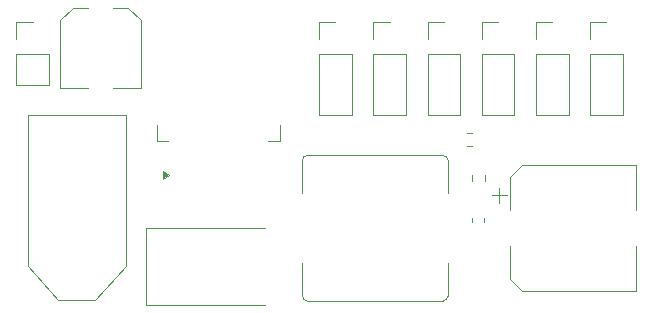
<source format=gbr>
%TF.GenerationSoftware,KiCad,Pcbnew,9.0.1*%
%TF.CreationDate,2025-04-11T16:24:37+02:00*%
%TF.ProjectId,Alimentation_DC_DC,416c696d-656e-4746-9174-696f6e5f4443,rev?*%
%TF.SameCoordinates,Original*%
%TF.FileFunction,Legend,Top*%
%TF.FilePolarity,Positive*%
%FSLAX46Y46*%
G04 Gerber Fmt 4.6, Leading zero omitted, Abs format (unit mm)*
G04 Created by KiCad (PCBNEW 9.0.1) date 2025-04-11 16:24:37*
%MOMM*%
%LPD*%
G01*
G04 APERTURE LIST*
%ADD10C,0.120000*%
G04 APERTURE END LIST*
D10*
%TO.C,J8*%
X132370000Y-65595000D02*
X133750000Y-65595000D01*
X132370000Y-66975000D02*
X132370000Y-65595000D01*
X132370000Y-68245000D02*
X132370000Y-70895000D01*
X132370000Y-68245000D02*
X135130000Y-68245000D01*
X132370000Y-70895000D02*
X135130000Y-70895000D01*
X135130000Y-68245000D02*
X135130000Y-70895000D01*
%TO.C,U1*%
X144275000Y-75650000D02*
X145225000Y-75650000D01*
X154675000Y-75650000D02*
X153725000Y-75650000D01*
X144275000Y-74285000D02*
X144275000Y-75650000D01*
X154675000Y-74285000D02*
X154675000Y-75650000D01*
X145265000Y-78475000D02*
X144795000Y-78815000D01*
X144795000Y-78135000D01*
X145265000Y-78475000D01*
G36*
X145265000Y-78475000D02*
G01*
X144795000Y-78815000D01*
X144795000Y-78135000D01*
X145265000Y-78475000D01*
G37*
%TO.C,R2*%
X170512742Y-74977500D02*
X170987258Y-74977500D01*
X170512742Y-76022500D02*
X170987258Y-76022500D01*
%TO.C,R1*%
X172022500Y-78512742D02*
X172022500Y-78987258D01*
X170977500Y-78512742D02*
X170977500Y-78987258D01*
%TO.C,L1*%
X156600000Y-77250000D02*
X156600000Y-80000000D01*
X156600000Y-86000000D02*
X156600000Y-88750000D01*
X157000000Y-76850000D02*
X168500000Y-76850000D01*
X168500000Y-89150000D02*
X157000000Y-89150000D01*
X168900000Y-77250000D02*
X168900000Y-80000000D01*
X168900000Y-86000000D02*
X168900000Y-88750000D01*
X156600000Y-77250000D02*
G75*
G02*
X157000000Y-76850000I399999J1D01*
G01*
X157000000Y-89150000D02*
G75*
G02*
X156600000Y-88750000I-1J399999D01*
G01*
X168500000Y-76850000D02*
G75*
G02*
X168900000Y-77250000I0J-400000D01*
G01*
X168900000Y-88750000D02*
G75*
G02*
X168500000Y-89150000I-400000J0D01*
G01*
%TO.C,J7*%
X180960000Y-65580000D02*
X182340000Y-65580000D01*
X180960000Y-66960000D02*
X180960000Y-65580000D01*
X180960000Y-68230000D02*
X180960000Y-73420000D01*
X180960000Y-68230000D02*
X183720000Y-68230000D01*
X180960000Y-73420000D02*
X183720000Y-73420000D01*
X183720000Y-68230000D02*
X183720000Y-73420000D01*
%TO.C,J6*%
X176370000Y-65580000D02*
X177750000Y-65580000D01*
X176370000Y-66960000D02*
X176370000Y-65580000D01*
X176370000Y-68230000D02*
X176370000Y-73420000D01*
X176370000Y-68230000D02*
X179130000Y-68230000D01*
X176370000Y-73420000D02*
X179130000Y-73420000D01*
X179130000Y-68230000D02*
X179130000Y-73420000D01*
%TO.C,J5*%
X171780000Y-65580000D02*
X173160000Y-65580000D01*
X171780000Y-66960000D02*
X171780000Y-65580000D01*
X171780000Y-68230000D02*
X171780000Y-73420000D01*
X171780000Y-68230000D02*
X174540000Y-68230000D01*
X171780000Y-73420000D02*
X174540000Y-73420000D01*
X174540000Y-68230000D02*
X174540000Y-73420000D01*
%TO.C,J4*%
X167190000Y-65580000D02*
X168570000Y-65580000D01*
X167190000Y-66960000D02*
X167190000Y-65580000D01*
X167190000Y-68230000D02*
X167190000Y-73420000D01*
X167190000Y-68230000D02*
X169950000Y-68230000D01*
X167190000Y-73420000D02*
X169950000Y-73420000D01*
X169950000Y-68230000D02*
X169950000Y-73420000D01*
%TO.C,J3*%
X162600000Y-65580000D02*
X163980000Y-65580000D01*
X162600000Y-66960000D02*
X162600000Y-65580000D01*
X162600000Y-68230000D02*
X162600000Y-73420000D01*
X162600000Y-68230000D02*
X165360000Y-68230000D01*
X162600000Y-73420000D02*
X165360000Y-73420000D01*
X165360000Y-68230000D02*
X165360000Y-73420000D01*
%TO.C,J2*%
X158010000Y-65580000D02*
X159390000Y-65580000D01*
X158010000Y-66960000D02*
X158010000Y-65580000D01*
X158010000Y-68230000D02*
X158010000Y-73420000D01*
X158010000Y-68230000D02*
X160770000Y-68230000D01*
X158010000Y-73420000D02*
X160770000Y-73420000D01*
X160770000Y-68230000D02*
X160770000Y-73420000D01*
%TO.C,J1*%
X135900000Y-89100000D02*
X139050000Y-89100000D01*
X139050000Y-89100000D02*
X141650000Y-86250000D01*
X133350000Y-86250000D02*
X135900000Y-89100000D01*
X141650000Y-86250000D02*
X141650000Y-73400000D01*
X133350000Y-73400000D02*
X133350000Y-86250000D01*
X141650000Y-73400000D02*
X133350000Y-73400000D01*
%TO.C,D1*%
X143390000Y-83000000D02*
X153400000Y-83000000D01*
X143390000Y-89500000D02*
X143390000Y-83000000D01*
X143390000Y-89500000D02*
X153400000Y-89500000D01*
%TO.C,C3*%
X170990000Y-82465580D02*
X170990000Y-82184420D01*
X172010000Y-82465580D02*
X172010000Y-82184420D01*
%TO.C,C2*%
X141845563Y-64340000D02*
X140560000Y-64340000D01*
X141845563Y-64340000D02*
X142910000Y-65404437D01*
X137154437Y-64340000D02*
X138440000Y-64340000D01*
X137154437Y-64340000D02*
X136090000Y-65404437D01*
X142910000Y-65404437D02*
X142910000Y-71160000D01*
X136090000Y-65404437D02*
X136090000Y-71160000D01*
X142910000Y-71160000D02*
X140560000Y-71160000D01*
X136090000Y-71160000D02*
X138440000Y-71160000D01*
%TO.C,C1*%
X172650000Y-80240000D02*
X173900000Y-80240000D01*
X173275000Y-79615000D02*
X173275000Y-80865000D01*
X174140000Y-78704437D02*
X174140000Y-81490000D01*
X174140000Y-78704437D02*
X175204437Y-77640000D01*
X174140000Y-87295563D02*
X174140000Y-84510000D01*
X174140000Y-87295563D02*
X175204437Y-88360000D01*
X175204437Y-77640000D02*
X184860000Y-77640000D01*
X175204437Y-88360000D02*
X184860000Y-88360000D01*
X184860000Y-77640000D02*
X184860000Y-81490000D01*
X184860000Y-88360000D02*
X184860000Y-84510000D01*
%TD*%
M02*

</source>
